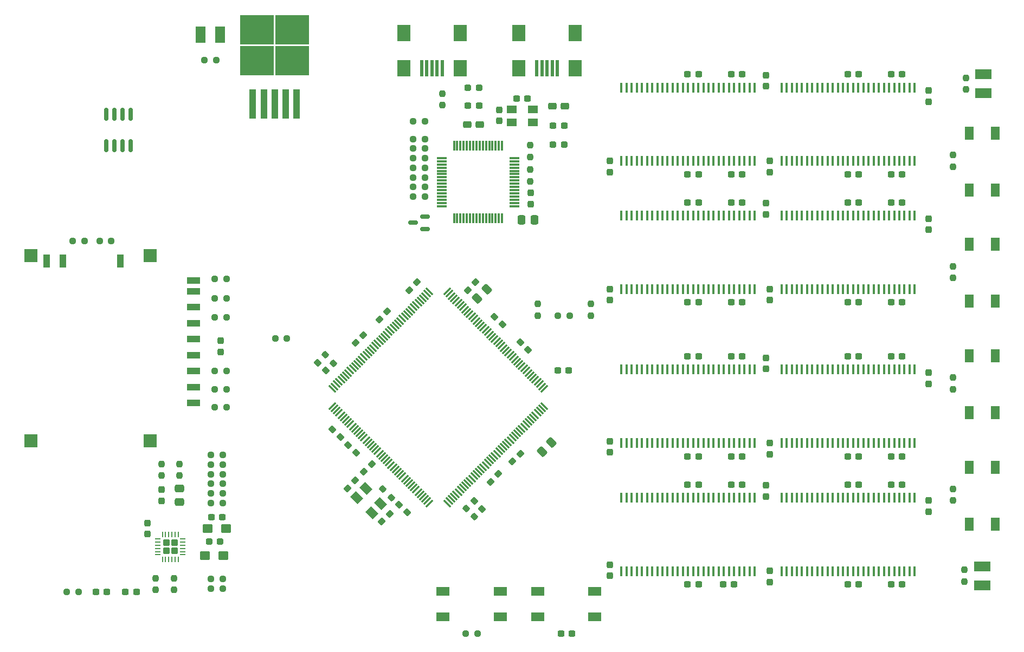
<source format=gtp>
%TF.GenerationSoftware,KiCad,Pcbnew,(6.0.11-0)*%
%TF.CreationDate,2023-09-15T21:26:51+02:00*%
%TF.ProjectId,marco-ram-board,6d617263-6f2d-4726-916d-2d626f617264,rev?*%
%TF.SameCoordinates,Original*%
%TF.FileFunction,Paste,Top*%
%TF.FilePolarity,Positive*%
%FSLAX46Y46*%
G04 Gerber Fmt 4.6, Leading zero omitted, Abs format (unit mm)*
G04 Created by KiCad (PCBNEW (6.0.11-0)) date 2023-09-15 21:26:51*
%MOMM*%
%LPD*%
G01*
G04 APERTURE LIST*
G04 Aperture macros list*
%AMRoundRect*
0 Rectangle with rounded corners*
0 $1 Rounding radius*
0 $2 $3 $4 $5 $6 $7 $8 $9 X,Y pos of 4 corners*
0 Add a 4 corners polygon primitive as box body*
4,1,4,$2,$3,$4,$5,$6,$7,$8,$9,$2,$3,0*
0 Add four circle primitives for the rounded corners*
1,1,$1+$1,$2,$3*
1,1,$1+$1,$4,$5*
1,1,$1+$1,$6,$7*
1,1,$1+$1,$8,$9*
0 Add four rect primitives between the rounded corners*
20,1,$1+$1,$2,$3,$4,$5,0*
20,1,$1+$1,$4,$5,$6,$7,0*
20,1,$1+$1,$6,$7,$8,$9,0*
20,1,$1+$1,$8,$9,$2,$3,0*%
%AMRotRect*
0 Rectangle, with rotation*
0 The origin of the aperture is its center*
0 $1 length*
0 $2 width*
0 $3 Rotation angle, in degrees counterclockwise*
0 Add horizontal line*
21,1,$1,$2,0,0,$3*%
G04 Aperture macros list end*
%ADD10RoundRect,0.237500X0.300000X0.237500X-0.300000X0.237500X-0.300000X-0.237500X0.300000X-0.237500X0*%
%ADD11RoundRect,0.237500X-0.237500X0.300000X-0.237500X-0.300000X0.237500X-0.300000X0.237500X0.300000X0*%
%ADD12R,5.250000X4.550000*%
%ADD13R,1.100000X4.600000*%
%ADD14RoundRect,0.250000X0.400000X0.275000X-0.400000X0.275000X-0.400000X-0.275000X0.400000X-0.275000X0*%
%ADD15RoundRect,0.237500X0.287500X0.237500X-0.287500X0.237500X-0.287500X-0.237500X0.287500X-0.237500X0*%
%ADD16R,2.600000X1.500000*%
%ADD17RoundRect,0.250000X-0.537500X-0.425000X0.537500X-0.425000X0.537500X0.425000X-0.537500X0.425000X0*%
%ADD18RoundRect,0.237500X-0.300000X-0.237500X0.300000X-0.237500X0.300000X0.237500X-0.300000X0.237500X0*%
%ADD19RoundRect,0.237500X-0.044194X-0.380070X0.380070X0.044194X0.044194X0.380070X-0.380070X-0.044194X0*%
%ADD20RoundRect,0.237500X-0.344715X0.008839X0.008839X-0.344715X0.344715X-0.008839X-0.008839X0.344715X0*%
%ADD21R,0.458000X1.510000*%
%ADD22RoundRect,0.237500X-0.237500X0.250000X-0.237500X-0.250000X0.237500X-0.250000X0.237500X0.250000X0*%
%ADD23R,1.600000X1.300000*%
%ADD24R,1.500000X2.600000*%
%ADD25RotRect,1.600000X1.300000X315.000000*%
%ADD26RoundRect,0.237500X0.250000X0.237500X-0.250000X0.237500X-0.250000X-0.237500X0.250000X-0.237500X0*%
%ADD27RoundRect,0.237500X-0.380070X0.044194X0.044194X-0.380070X0.380070X-0.044194X-0.044194X0.380070X0*%
%ADD28RoundRect,0.237500X0.237500X-0.250000X0.237500X0.250000X-0.237500X0.250000X-0.237500X-0.250000X0*%
%ADD29RoundRect,0.250000X-0.097227X0.574524X-0.574524X0.097227X0.097227X-0.574524X0.574524X-0.097227X0*%
%ADD30R,2.100000X1.400000*%
%ADD31R,0.500000X2.500000*%
%ADD32R,2.000000X2.500000*%
%ADD33RoundRect,0.237500X0.237500X-0.300000X0.237500X0.300000X-0.237500X0.300000X-0.237500X-0.300000X0*%
%ADD34RoundRect,0.237500X-0.250000X-0.237500X0.250000X-0.237500X0.250000X0.237500X-0.250000X0.237500X0*%
%ADD35RoundRect,0.250000X0.475000X-0.337500X0.475000X0.337500X-0.475000X0.337500X-0.475000X-0.337500X0*%
%ADD36RoundRect,0.237500X0.044194X0.380070X-0.380070X-0.044194X-0.044194X-0.380070X0.380070X0.044194X0*%
%ADD37RoundRect,0.150000X0.150000X-0.825000X0.150000X0.825000X-0.150000X0.825000X-0.150000X-0.825000X0*%
%ADD38RoundRect,0.237500X-0.287500X-0.237500X0.287500X-0.237500X0.287500X0.237500X-0.287500X0.237500X0*%
%ADD39R,1.400000X2.100000*%
%ADD40RoundRect,0.150000X0.587500X0.150000X-0.587500X0.150000X-0.587500X-0.150000X0.587500X-0.150000X0*%
%ADD41RoundRect,0.250000X-0.337500X-0.475000X0.337500X-0.475000X0.337500X0.475000X-0.337500X0.475000X0*%
%ADD42R,2.000000X1.100000*%
%ADD43R,1.000000X2.000000*%
%ADD44R,2.000000X2.000000*%
%ADD45RoundRect,0.250000X0.097227X-0.574524X0.574524X-0.097227X-0.097227X0.574524X-0.574524X0.097227X0*%
%ADD46RoundRect,0.237500X0.344715X-0.008839X-0.008839X0.344715X-0.344715X0.008839X0.008839X-0.344715X0*%
%ADD47RoundRect,0.237500X0.380070X-0.044194X-0.044194X0.380070X-0.380070X0.044194X0.044194X-0.380070X0*%
%ADD48RoundRect,0.075000X-0.075000X0.700000X-0.075000X-0.700000X0.075000X-0.700000X0.075000X0.700000X0*%
%ADD49RoundRect,0.075000X-0.700000X0.075000X-0.700000X-0.075000X0.700000X-0.075000X0.700000X0.075000X0*%
%ADD50RoundRect,0.250000X-0.400000X-0.275000X0.400000X-0.275000X0.400000X0.275000X-0.400000X0.275000X0*%
%ADD51RoundRect,0.075000X-0.424264X-0.530330X0.530330X0.424264X0.424264X0.530330X-0.530330X-0.424264X0*%
%ADD52RoundRect,0.075000X0.424264X-0.530330X0.530330X-0.424264X-0.424264X0.530330X-0.530330X0.424264X0*%
%ADD53RoundRect,0.250000X-0.275000X-0.275000X0.275000X-0.275000X0.275000X0.275000X-0.275000X0.275000X0*%
%ADD54RoundRect,0.062500X-0.350000X-0.062500X0.350000X-0.062500X0.350000X0.062500X-0.350000X0.062500X0*%
%ADD55RoundRect,0.062500X-0.062500X-0.350000X0.062500X-0.350000X0.062500X0.350000X-0.062500X0.350000X0*%
G04 APERTURE END LIST*
D10*
X211462500Y-94100000D03*
X209737500Y-94100000D03*
D11*
X165800000Y-126637500D03*
X165800000Y-128362500D03*
D12*
X116209000Y-43027000D03*
X116209000Y-47877000D03*
X110659000Y-47877000D03*
X110659000Y-43027000D03*
D13*
X110034000Y-54602000D03*
X111734000Y-54602000D03*
X113434000Y-54602000D03*
X115134000Y-54602000D03*
X116834000Y-54602000D03*
D11*
X215600000Y-72537500D03*
X215600000Y-74262500D03*
D14*
X145475000Y-57800000D03*
X143525000Y-57800000D03*
D15*
X158675000Y-61000000D03*
X156925000Y-61000000D03*
D16*
X224160000Y-49930000D03*
X224160000Y-52930000D03*
D17*
X102525000Y-125200000D03*
X105400000Y-125200000D03*
D10*
X211462500Y-50000000D03*
X209737500Y-50000000D03*
D11*
X215600000Y-116637500D03*
X215600000Y-118362500D03*
D18*
X177937500Y-70000000D03*
X179662500Y-70000000D03*
D19*
X126083120Y-91980880D03*
X127302880Y-90761120D03*
D20*
X121354765Y-93854765D03*
X122645235Y-95145235D03*
D21*
X213400000Y-72050000D03*
X212600000Y-72050000D03*
X211800000Y-72050000D03*
X211000000Y-72050000D03*
X210200000Y-72050000D03*
X209400000Y-72050000D03*
X208600000Y-72050000D03*
X207800000Y-72050000D03*
X207000000Y-72050000D03*
X206200000Y-72050000D03*
X205400000Y-72050000D03*
X204600000Y-72050000D03*
X203800000Y-72050000D03*
X203000000Y-72050000D03*
X202200000Y-72050000D03*
X201400000Y-72050000D03*
X200600000Y-72050000D03*
X199800000Y-72050000D03*
X199000000Y-72050000D03*
X198200000Y-72050000D03*
X197400000Y-72050000D03*
X196600000Y-72050000D03*
X195800000Y-72050000D03*
X195000000Y-72050000D03*
X194200000Y-72050000D03*
X193400000Y-72050000D03*
X192600000Y-72050000D03*
X192600000Y-83550000D03*
X193400000Y-83550000D03*
X194200000Y-83550000D03*
X195000000Y-83550000D03*
X195800000Y-83550000D03*
X196600000Y-83550000D03*
X197400000Y-83550000D03*
X198200000Y-83550000D03*
X199000000Y-83550000D03*
X199800000Y-83550000D03*
X200600000Y-83550000D03*
X201400000Y-83550000D03*
X202200000Y-83550000D03*
X203000000Y-83550000D03*
X203800000Y-83550000D03*
X204600000Y-83550000D03*
X205400000Y-83550000D03*
X206200000Y-83550000D03*
X207000000Y-83550000D03*
X207800000Y-83550000D03*
X208600000Y-83550000D03*
X209400000Y-83550000D03*
X210200000Y-83550000D03*
X211000000Y-83550000D03*
X211800000Y-83550000D03*
X212600000Y-83550000D03*
X213400000Y-83550000D03*
D10*
X91862500Y-130900000D03*
X90137500Y-130900000D03*
D11*
X148500000Y-55537500D03*
X148500000Y-57262500D03*
D10*
X211462500Y-70000000D03*
X209737500Y-70000000D03*
D22*
X153335000Y-61093500D03*
X153335000Y-62918500D03*
D23*
X150450000Y-57500000D03*
X153750000Y-57500000D03*
X153750000Y-55500000D03*
X150450000Y-55500000D03*
D10*
X179662500Y-85600000D03*
X177937500Y-85600000D03*
X179662500Y-65600000D03*
X177937500Y-65600000D03*
D24*
X104900000Y-43800000D03*
X101900000Y-43800000D03*
D25*
X126252334Y-116180762D03*
X128585786Y-118514214D03*
X130000000Y-117100000D03*
X127666548Y-114766548D03*
D26*
X136912500Y-64600000D03*
X135087500Y-64600000D03*
X105912500Y-88000000D03*
X104087500Y-88000000D03*
D10*
X186462500Y-70000000D03*
X184737500Y-70000000D03*
X204662500Y-65600000D03*
X202937500Y-65600000D03*
D27*
X147790120Y-87890120D03*
X149009880Y-89109880D03*
D18*
X151237500Y-53800000D03*
X152962500Y-53800000D03*
D10*
X204662500Y-85600000D03*
X202937500Y-85600000D03*
D18*
X202937500Y-50000000D03*
X204662500Y-50000000D03*
D21*
X188400000Y-96150000D03*
X187600000Y-96150000D03*
X186800000Y-96150000D03*
X186000000Y-96150000D03*
X185200000Y-96150000D03*
X184400000Y-96150000D03*
X183600000Y-96150000D03*
X182800000Y-96150000D03*
X182000000Y-96150000D03*
X181200000Y-96150000D03*
X180400000Y-96150000D03*
X179600000Y-96150000D03*
X178800000Y-96150000D03*
X178000000Y-96150000D03*
X177200000Y-96150000D03*
X176400000Y-96150000D03*
X175600000Y-96150000D03*
X174800000Y-96150000D03*
X174000000Y-96150000D03*
X173200000Y-96150000D03*
X172400000Y-96150000D03*
X171600000Y-96150000D03*
X170800000Y-96150000D03*
X170000000Y-96150000D03*
X169200000Y-96150000D03*
X168400000Y-96150000D03*
X167600000Y-96150000D03*
X167600000Y-107650000D03*
X168400000Y-107650000D03*
X169200000Y-107650000D03*
X170000000Y-107650000D03*
X170800000Y-107650000D03*
X171600000Y-107650000D03*
X172400000Y-107650000D03*
X173200000Y-107650000D03*
X174000000Y-107650000D03*
X174800000Y-107650000D03*
X175600000Y-107650000D03*
X176400000Y-107650000D03*
X177200000Y-107650000D03*
X178000000Y-107650000D03*
X178800000Y-107650000D03*
X179600000Y-107650000D03*
X180400000Y-107650000D03*
X181200000Y-107650000D03*
X182000000Y-107650000D03*
X182800000Y-107650000D03*
X183600000Y-107650000D03*
X184400000Y-107650000D03*
X185200000Y-107650000D03*
X186000000Y-107650000D03*
X186800000Y-107650000D03*
X187600000Y-107650000D03*
X188400000Y-107650000D03*
D18*
X183475000Y-129700000D03*
X185200000Y-129700000D03*
D28*
X221160000Y-129292500D03*
X221160000Y-127467500D03*
D18*
X184737500Y-85600000D03*
X186462500Y-85600000D03*
D29*
X156636623Y-107528377D03*
X155169377Y-108995623D03*
D26*
X105312500Y-112500000D03*
X103487500Y-112500000D03*
D16*
X223960000Y-129892000D03*
X223960000Y-126892000D03*
D30*
X148650000Y-130800000D03*
X139750000Y-130800000D03*
X148650000Y-134800000D03*
X139750000Y-134800000D03*
D31*
X157600000Y-49000000D03*
X156800000Y-49000000D03*
X156000000Y-49000000D03*
X155200000Y-49000000D03*
X154400000Y-49000000D03*
D32*
X151600000Y-49000000D03*
X160400000Y-49000000D03*
X151600000Y-43500000D03*
X160400000Y-43500000D03*
D10*
X179662500Y-109700000D03*
X177937500Y-109700000D03*
D33*
X95800000Y-116662500D03*
X95800000Y-114937500D03*
D34*
X157687500Y-87700000D03*
X159512500Y-87700000D03*
D31*
X139600000Y-49000000D03*
X138800000Y-49000000D03*
X138000000Y-49000000D03*
X137200000Y-49000000D03*
X136400000Y-49000000D03*
D32*
X142400000Y-49000000D03*
X142400000Y-43500000D03*
X133600000Y-49000000D03*
X133600000Y-43500000D03*
D10*
X145362500Y-54900000D03*
X143637500Y-54900000D03*
D34*
X143287500Y-137400000D03*
X145112500Y-137400000D03*
D27*
X151780240Y-91880240D03*
X153000000Y-93100000D03*
D34*
X113512500Y-91273500D03*
X115337500Y-91273500D03*
D26*
X105312500Y-117000000D03*
X103487500Y-117000000D03*
D11*
X215600000Y-52537500D03*
X215600000Y-54262500D03*
D35*
X98600000Y-116837500D03*
X98600000Y-114762500D03*
D18*
X177937500Y-50000000D03*
X179662500Y-50000000D03*
D11*
X153400000Y-68537500D03*
X153400000Y-70262500D03*
D27*
X122480240Y-105480240D03*
X123700000Y-106700000D03*
D36*
X151809880Y-109303120D03*
X150590120Y-110522880D03*
D11*
X190800000Y-83537500D03*
X190800000Y-85262500D03*
D37*
X87095000Y-61175000D03*
X88365000Y-61175000D03*
X89635000Y-61175000D03*
X90905000Y-61175000D03*
X90905000Y-56225000D03*
X89635000Y-56225000D03*
X88365000Y-56225000D03*
X87095000Y-56225000D03*
D10*
X211462500Y-114100000D03*
X209737500Y-114100000D03*
D26*
X136912500Y-67600000D03*
X135087500Y-67600000D03*
X105912500Y-82000000D03*
X104087500Y-82000000D03*
D18*
X177937500Y-94100000D03*
X179662500Y-94100000D03*
D26*
X105912500Y-85000000D03*
X104087500Y-85000000D03*
D19*
X143590120Y-83709880D03*
X144809880Y-82490120D03*
D18*
X202937500Y-70000000D03*
X204662500Y-70000000D03*
D28*
X219360000Y-81827857D03*
X219360000Y-80002857D03*
D26*
X105912500Y-99200000D03*
X104087500Y-99200000D03*
D11*
X190800000Y-127637500D03*
X190800000Y-129362500D03*
D36*
X128609880Y-110890120D03*
X127390120Y-112109880D03*
D19*
X129790120Y-88309880D03*
X131009880Y-87090120D03*
D38*
X143625000Y-52100000D03*
X145375000Y-52100000D03*
D28*
X219360000Y-116627857D03*
X219360000Y-114802857D03*
D39*
X221960000Y-93952857D03*
X221960000Y-102852857D03*
X225960000Y-93952857D03*
X225960000Y-102852857D03*
D22*
X162800000Y-85875000D03*
X162800000Y-87700000D03*
D11*
X165800000Y-83537500D03*
X165800000Y-85262500D03*
D40*
X136937500Y-74150000D03*
X136937500Y-72250000D03*
X135062500Y-73200000D03*
D26*
X105312500Y-109500000D03*
X103487500Y-109500000D03*
X136912500Y-61600000D03*
X135087500Y-61600000D03*
D10*
X186462500Y-94100000D03*
X184737500Y-94100000D03*
D41*
X151962500Y-72700000D03*
X154037500Y-72700000D03*
D19*
X134465120Y-83725880D03*
X135684880Y-82506120D03*
D18*
X209737500Y-65600000D03*
X211462500Y-65600000D03*
D10*
X159862500Y-137400000D03*
X158137500Y-137400000D03*
D11*
X190800000Y-63537500D03*
X190800000Y-65262500D03*
D18*
X184737500Y-109700000D03*
X186462500Y-109700000D03*
D30*
X163450000Y-130800000D03*
X154550000Y-130800000D03*
X154550000Y-134800000D03*
X163450000Y-134800000D03*
D21*
X213400000Y-116150000D03*
X212600000Y-116150000D03*
X211800000Y-116150000D03*
X211000000Y-116150000D03*
X210200000Y-116150000D03*
X209400000Y-116150000D03*
X208600000Y-116150000D03*
X207800000Y-116150000D03*
X207000000Y-116150000D03*
X206200000Y-116150000D03*
X205400000Y-116150000D03*
X204600000Y-116150000D03*
X203800000Y-116150000D03*
X203000000Y-116150000D03*
X202200000Y-116150000D03*
X201400000Y-116150000D03*
X200600000Y-116150000D03*
X199800000Y-116150000D03*
X199000000Y-116150000D03*
X198200000Y-116150000D03*
X197400000Y-116150000D03*
X196600000Y-116150000D03*
X195800000Y-116150000D03*
X195000000Y-116150000D03*
X194200000Y-116150000D03*
X193400000Y-116150000D03*
X192600000Y-116150000D03*
X192600000Y-127650000D03*
X193400000Y-127650000D03*
X194200000Y-127650000D03*
X195000000Y-127650000D03*
X195800000Y-127650000D03*
X196600000Y-127650000D03*
X197400000Y-127650000D03*
X198200000Y-127650000D03*
X199000000Y-127650000D03*
X199800000Y-127650000D03*
X200600000Y-127650000D03*
X201400000Y-127650000D03*
X202200000Y-127650000D03*
X203000000Y-127650000D03*
X203800000Y-127650000D03*
X204600000Y-127650000D03*
X205400000Y-127650000D03*
X206200000Y-127650000D03*
X207000000Y-127650000D03*
X207800000Y-127650000D03*
X208600000Y-127650000D03*
X209400000Y-127650000D03*
X210200000Y-127650000D03*
X211000000Y-127650000D03*
X211800000Y-127650000D03*
X212600000Y-127650000D03*
X213400000Y-127650000D03*
D11*
X190200000Y-70137500D03*
X190200000Y-71862500D03*
D42*
X100750000Y-98875000D03*
X100750000Y-96375000D03*
D43*
X77800000Y-79200000D03*
D42*
X100750000Y-93875000D03*
X100750000Y-91375000D03*
X100750000Y-88875000D03*
X100750000Y-86375000D03*
X100750000Y-83950000D03*
X100750000Y-82250000D03*
X100750000Y-101375000D03*
D43*
X89350000Y-79200000D03*
X80400000Y-79200000D03*
D44*
X94000000Y-78300000D03*
X75350000Y-78300000D03*
X75350000Y-107300000D03*
X94000000Y-107300000D03*
D26*
X105312500Y-130400000D03*
X103487500Y-130400000D03*
D28*
X219360000Y-99227857D03*
X219360000Y-97402857D03*
D18*
X202937500Y-94100000D03*
X204662500Y-94100000D03*
D26*
X136912500Y-60100000D03*
X135087500Y-60100000D03*
X105312500Y-111000000D03*
X103487500Y-111000000D03*
D15*
X104950000Y-123000000D03*
X103200000Y-123000000D03*
D18*
X184737500Y-65600000D03*
X186462500Y-65600000D03*
D45*
X145066377Y-85033623D03*
X146533623Y-83566377D03*
D21*
X188400000Y-72050000D03*
X187600000Y-72050000D03*
X186800000Y-72050000D03*
X186000000Y-72050000D03*
X185200000Y-72050000D03*
X184400000Y-72050000D03*
X183600000Y-72050000D03*
X182800000Y-72050000D03*
X182000000Y-72050000D03*
X181200000Y-72050000D03*
X180400000Y-72050000D03*
X179600000Y-72050000D03*
X178800000Y-72050000D03*
X178000000Y-72050000D03*
X177200000Y-72050000D03*
X176400000Y-72050000D03*
X175600000Y-72050000D03*
X174800000Y-72050000D03*
X174000000Y-72050000D03*
X173200000Y-72050000D03*
X172400000Y-72050000D03*
X171600000Y-72050000D03*
X170800000Y-72050000D03*
X170000000Y-72050000D03*
X169200000Y-72050000D03*
X168400000Y-72050000D03*
X167600000Y-72050000D03*
X167600000Y-83550000D03*
X168400000Y-83550000D03*
X169200000Y-83550000D03*
X170000000Y-83550000D03*
X170800000Y-83550000D03*
X171600000Y-83550000D03*
X172400000Y-83550000D03*
X173200000Y-83550000D03*
X174000000Y-83550000D03*
X174800000Y-83550000D03*
X175600000Y-83550000D03*
X176400000Y-83550000D03*
X177200000Y-83550000D03*
X178000000Y-83550000D03*
X178800000Y-83550000D03*
X179600000Y-83550000D03*
X180400000Y-83550000D03*
X181200000Y-83550000D03*
X182000000Y-83550000D03*
X182800000Y-83550000D03*
X183600000Y-83550000D03*
X184400000Y-83550000D03*
X185200000Y-83550000D03*
X186000000Y-83550000D03*
X186800000Y-83550000D03*
X187600000Y-83550000D03*
X188400000Y-83550000D03*
D26*
X136912500Y-63100000D03*
X135087500Y-63100000D03*
D11*
X215600000Y-96637500D03*
X215600000Y-98362500D03*
D18*
X209737500Y-85600000D03*
X211462500Y-85600000D03*
X209737500Y-129700000D03*
X211462500Y-129700000D03*
D46*
X144645235Y-119145235D03*
X143354765Y-117854765D03*
D34*
X86087500Y-76000000D03*
X87912500Y-76000000D03*
D22*
X97700000Y-128775000D03*
X97700000Y-130600000D03*
D18*
X202937500Y-114100000D03*
X204662500Y-114100000D03*
D11*
X165800000Y-63537500D03*
X165800000Y-65262500D03*
D47*
X134100000Y-118500000D03*
X132880240Y-117280240D03*
D18*
X177937500Y-114100000D03*
X179662500Y-114100000D03*
D10*
X186462500Y-50000000D03*
X184737500Y-50000000D03*
X87262500Y-130900000D03*
X85537500Y-130900000D03*
D39*
X221960000Y-68052857D03*
X221960000Y-59152857D03*
X225960000Y-59152857D03*
X225960000Y-68052857D03*
X221960000Y-111402857D03*
X221960000Y-120302857D03*
X225960000Y-111402857D03*
X225960000Y-120302857D03*
D28*
X98600000Y-112712500D03*
X98600000Y-110887500D03*
D11*
X105000000Y-91637500D03*
X105000000Y-93362500D03*
X190200000Y-94300000D03*
X190200000Y-96025000D03*
D17*
X102962500Y-121000000D03*
X105837500Y-121000000D03*
D11*
X190200000Y-50137500D03*
X190200000Y-51862500D03*
D48*
X148957000Y-61157000D03*
X148457000Y-61157000D03*
X147957000Y-61157000D03*
X147457000Y-61157000D03*
X146957000Y-61157000D03*
X146457000Y-61157000D03*
X145957000Y-61157000D03*
X145457000Y-61157000D03*
X144957000Y-61157000D03*
X144457000Y-61157000D03*
X143957000Y-61157000D03*
X143457000Y-61157000D03*
X142957000Y-61157000D03*
X142457000Y-61157000D03*
X141957000Y-61157000D03*
X141457000Y-61157000D03*
D49*
X139532000Y-63082000D03*
X139532000Y-63582000D03*
X139532000Y-64082000D03*
X139532000Y-64582000D03*
X139532000Y-65082000D03*
X139532000Y-65582000D03*
X139532000Y-66082000D03*
X139532000Y-66582000D03*
X139532000Y-67082000D03*
X139532000Y-67582000D03*
X139532000Y-68082000D03*
X139532000Y-68582000D03*
X139532000Y-69082000D03*
X139532000Y-69582000D03*
X139532000Y-70082000D03*
X139532000Y-70582000D03*
D48*
X141457000Y-72507000D03*
X141957000Y-72507000D03*
X142457000Y-72507000D03*
X142957000Y-72507000D03*
X143457000Y-72507000D03*
X143957000Y-72507000D03*
X144457000Y-72507000D03*
X144957000Y-72507000D03*
X145457000Y-72507000D03*
X145957000Y-72507000D03*
X146457000Y-72507000D03*
X146957000Y-72507000D03*
X147457000Y-72507000D03*
X147957000Y-72507000D03*
X148457000Y-72507000D03*
X148957000Y-72507000D03*
D49*
X150882000Y-70582000D03*
X150882000Y-70082000D03*
X150882000Y-69582000D03*
X150882000Y-69082000D03*
X150882000Y-68582000D03*
X150882000Y-68082000D03*
X150882000Y-67582000D03*
X150882000Y-67082000D03*
X150882000Y-66582000D03*
X150882000Y-66082000D03*
X150882000Y-65582000D03*
X150882000Y-65082000D03*
X150882000Y-64582000D03*
X150882000Y-64082000D03*
X150882000Y-63582000D03*
X150882000Y-63082000D03*
D36*
X148384880Y-112478120D03*
X147165120Y-113697880D03*
D50*
X156825000Y-55000000D03*
X158775000Y-55000000D03*
D51*
X122436024Y-101861181D03*
X122789577Y-102214734D03*
X123143130Y-102568287D03*
X123496684Y-102921841D03*
X123850237Y-103275394D03*
X124203791Y-103628948D03*
X124557344Y-103982501D03*
X124910897Y-104336054D03*
X125264451Y-104689608D03*
X125618004Y-105043161D03*
X125971558Y-105396714D03*
X126325111Y-105750268D03*
X126678664Y-106103821D03*
X127032218Y-106457375D03*
X127385771Y-106810928D03*
X127739325Y-107164481D03*
X128092878Y-107518035D03*
X128446431Y-107871588D03*
X128799985Y-108225142D03*
X129153538Y-108578695D03*
X129507091Y-108932248D03*
X129860645Y-109285802D03*
X130214198Y-109639355D03*
X130567752Y-109992909D03*
X130921305Y-110346462D03*
X131274858Y-110700015D03*
X131628412Y-111053569D03*
X131981965Y-111407122D03*
X132335519Y-111760675D03*
X132689072Y-112114229D03*
X133042625Y-112467782D03*
X133396179Y-112821336D03*
X133749732Y-113174889D03*
X134103286Y-113528442D03*
X134456839Y-113881996D03*
X134810392Y-114235549D03*
X135163946Y-114589103D03*
X135517499Y-114942656D03*
X135871052Y-115296209D03*
X136224606Y-115649763D03*
X136578159Y-116003316D03*
X136931713Y-116356870D03*
X137285266Y-116710423D03*
X137638819Y-117063976D03*
D52*
X140361181Y-117063976D03*
X140714734Y-116710423D03*
X141068287Y-116356870D03*
X141421841Y-116003316D03*
X141775394Y-115649763D03*
X142128948Y-115296209D03*
X142482501Y-114942656D03*
X142836054Y-114589103D03*
X143189608Y-114235549D03*
X143543161Y-113881996D03*
X143896714Y-113528442D03*
X144250268Y-113174889D03*
X144603821Y-112821336D03*
X144957375Y-112467782D03*
X145310928Y-112114229D03*
X145664481Y-111760675D03*
X146018035Y-111407122D03*
X146371588Y-111053569D03*
X146725142Y-110700015D03*
X147078695Y-110346462D03*
X147432248Y-109992909D03*
X147785802Y-109639355D03*
X148139355Y-109285802D03*
X148492909Y-108932248D03*
X148846462Y-108578695D03*
X149200015Y-108225142D03*
X149553569Y-107871588D03*
X149907122Y-107518035D03*
X150260675Y-107164481D03*
X150614229Y-106810928D03*
X150967782Y-106457375D03*
X151321336Y-106103821D03*
X151674889Y-105750268D03*
X152028442Y-105396714D03*
X152381996Y-105043161D03*
X152735549Y-104689608D03*
X153089103Y-104336054D03*
X153442656Y-103982501D03*
X153796209Y-103628948D03*
X154149763Y-103275394D03*
X154503316Y-102921841D03*
X154856870Y-102568287D03*
X155210423Y-102214734D03*
X155563976Y-101861181D03*
D51*
X155563976Y-99138819D03*
X155210423Y-98785266D03*
X154856870Y-98431713D03*
X154503316Y-98078159D03*
X154149763Y-97724606D03*
X153796209Y-97371052D03*
X153442656Y-97017499D03*
X153089103Y-96663946D03*
X152735549Y-96310392D03*
X152381996Y-95956839D03*
X152028442Y-95603286D03*
X151674889Y-95249732D03*
X151321336Y-94896179D03*
X150967782Y-94542625D03*
X150614229Y-94189072D03*
X150260675Y-93835519D03*
X149907122Y-93481965D03*
X149553569Y-93128412D03*
X149200015Y-92774858D03*
X148846462Y-92421305D03*
X148492909Y-92067752D03*
X148139355Y-91714198D03*
X147785802Y-91360645D03*
X147432248Y-91007091D03*
X147078695Y-90653538D03*
X146725142Y-90299985D03*
X146371588Y-89946431D03*
X146018035Y-89592878D03*
X145664481Y-89239325D03*
X145310928Y-88885771D03*
X144957375Y-88532218D03*
X144603821Y-88178664D03*
X144250268Y-87825111D03*
X143896714Y-87471558D03*
X143543161Y-87118004D03*
X143189608Y-86764451D03*
X142836054Y-86410897D03*
X142482501Y-86057344D03*
X142128948Y-85703791D03*
X141775394Y-85350237D03*
X141421841Y-84996684D03*
X141068287Y-84643130D03*
X140714734Y-84289577D03*
X140361181Y-83936024D03*
D52*
X137638819Y-83936024D03*
X137285266Y-84289577D03*
X136931713Y-84643130D03*
X136578159Y-84996684D03*
X136224606Y-85350237D03*
X135871052Y-85703791D03*
X135517499Y-86057344D03*
X135163946Y-86410897D03*
X134810392Y-86764451D03*
X134456839Y-87118004D03*
X134103286Y-87471558D03*
X133749732Y-87825111D03*
X133396179Y-88178664D03*
X133042625Y-88532218D03*
X132689072Y-88885771D03*
X132335519Y-89239325D03*
X131981965Y-89592878D03*
X131628412Y-89946431D03*
X131274858Y-90299985D03*
X130921305Y-90653538D03*
X130567752Y-91007091D03*
X130214198Y-91360645D03*
X129860645Y-91714198D03*
X129507091Y-92067752D03*
X129153538Y-92421305D03*
X128799985Y-92774858D03*
X128446431Y-93128412D03*
X128092878Y-93481965D03*
X127739325Y-93835519D03*
X127385771Y-94189072D03*
X127032218Y-94542625D03*
X126678664Y-94896179D03*
X126325111Y-95249732D03*
X125971558Y-95603286D03*
X125618004Y-95956839D03*
X125264451Y-96310392D03*
X124910897Y-96663946D03*
X124557344Y-97017499D03*
X124203791Y-97371052D03*
X123850237Y-97724606D03*
X123496684Y-98078159D03*
X123143130Y-98431713D03*
X122789577Y-98785266D03*
X122436024Y-99138819D03*
D26*
X136912500Y-69100000D03*
X135087500Y-69100000D03*
X105312500Y-128900000D03*
X103487500Y-128900000D03*
D33*
X93600000Y-121862500D03*
X93600000Y-120137500D03*
D28*
X219360000Y-64427857D03*
X219360000Y-62602857D03*
D47*
X126141380Y-109169880D03*
X124921620Y-107950120D03*
D34*
X135087500Y-57300000D03*
X136912500Y-57300000D03*
D22*
X221384000Y-50517500D03*
X221384000Y-52342500D03*
D28*
X154500000Y-87725000D03*
X154500000Y-85900000D03*
D22*
X95800000Y-110887500D03*
X95800000Y-112712500D03*
D18*
X157637500Y-96300000D03*
X159362500Y-96300000D03*
D11*
X190800000Y-107637500D03*
X190800000Y-109362500D03*
D18*
X209737500Y-109700000D03*
X211462500Y-109700000D03*
D27*
X144600000Y-116700000D03*
X145819760Y-117919760D03*
D28*
X94800000Y-130600000D03*
X94800000Y-128775000D03*
D10*
X204662500Y-129700000D03*
X202937500Y-129700000D03*
X204662500Y-109700000D03*
X202937500Y-109700000D03*
D26*
X104312500Y-47800000D03*
X102487500Y-47800000D03*
D36*
X131400000Y-118700000D03*
X130180240Y-119919760D03*
D26*
X105912500Y-96388000D03*
X104087500Y-96388000D03*
X83712500Y-76000000D03*
X81887500Y-76000000D03*
D11*
X165800000Y-107337500D03*
X165800000Y-109062500D03*
D53*
X97800000Y-123200000D03*
X96500000Y-123200000D03*
X96500000Y-124500000D03*
X97800000Y-124500000D03*
D54*
X95212500Y-122600000D03*
X95212500Y-123100000D03*
X95212500Y-123600000D03*
X95212500Y-124100000D03*
X95212500Y-124600000D03*
X95212500Y-125100000D03*
D55*
X95900000Y-125787500D03*
X96400000Y-125787500D03*
X96900000Y-125787500D03*
X97400000Y-125787500D03*
X97900000Y-125787500D03*
X98400000Y-125787500D03*
D54*
X99087500Y-125100000D03*
X99087500Y-124600000D03*
X99087500Y-124100000D03*
X99087500Y-123600000D03*
X99087500Y-123100000D03*
X99087500Y-122600000D03*
D55*
X98400000Y-121912500D03*
X97900000Y-121912500D03*
X97400000Y-121912500D03*
X96900000Y-121912500D03*
X96400000Y-121912500D03*
X95900000Y-121912500D03*
D19*
X124800000Y-114700000D03*
X126019760Y-113480240D03*
D26*
X105312500Y-114000000D03*
X103487500Y-114000000D03*
D28*
X153335000Y-66728500D03*
X153335000Y-64903500D03*
D21*
X213400000Y-96150000D03*
X212600000Y-96150000D03*
X211800000Y-96150000D03*
X211000000Y-96150000D03*
X210200000Y-96150000D03*
X209400000Y-96150000D03*
X208600000Y-96150000D03*
X207800000Y-96150000D03*
X207000000Y-96150000D03*
X206200000Y-96150000D03*
X205400000Y-96150000D03*
X204600000Y-96150000D03*
X203800000Y-96150000D03*
X203000000Y-96150000D03*
X202200000Y-96150000D03*
X201400000Y-96150000D03*
X200600000Y-96150000D03*
X199800000Y-96150000D03*
X199000000Y-96150000D03*
X198200000Y-96150000D03*
X197400000Y-96150000D03*
X196600000Y-96150000D03*
X195800000Y-96150000D03*
X195000000Y-96150000D03*
X194200000Y-96150000D03*
X193400000Y-96150000D03*
X192600000Y-96150000D03*
X192600000Y-107650000D03*
X193400000Y-107650000D03*
X194200000Y-107650000D03*
X195000000Y-107650000D03*
X195800000Y-107650000D03*
X196600000Y-107650000D03*
X197400000Y-107650000D03*
X198200000Y-107650000D03*
X199000000Y-107650000D03*
X199800000Y-107650000D03*
X200600000Y-107650000D03*
X201400000Y-107650000D03*
X202200000Y-107650000D03*
X203000000Y-107650000D03*
X203800000Y-107650000D03*
X204600000Y-107650000D03*
X205400000Y-107650000D03*
X206200000Y-107650000D03*
X207000000Y-107650000D03*
X207800000Y-107650000D03*
X208600000Y-107650000D03*
X209400000Y-107650000D03*
X210200000Y-107650000D03*
X211000000Y-107650000D03*
X211800000Y-107650000D03*
X212600000Y-107650000D03*
X213400000Y-107650000D03*
D34*
X80987500Y-130900000D03*
X82812500Y-130900000D03*
D26*
X105312500Y-115500000D03*
X103487500Y-115500000D03*
D18*
X156937500Y-58000000D03*
X158662500Y-58000000D03*
D21*
X213400000Y-52050000D03*
X212600000Y-52050000D03*
X211800000Y-52050000D03*
X211000000Y-52050000D03*
X210200000Y-52050000D03*
X209400000Y-52050000D03*
X208600000Y-52050000D03*
X207800000Y-52050000D03*
X207000000Y-52050000D03*
X206200000Y-52050000D03*
X205400000Y-52050000D03*
X204600000Y-52050000D03*
X203800000Y-52050000D03*
X203000000Y-52050000D03*
X202200000Y-52050000D03*
X201400000Y-52050000D03*
X200600000Y-52050000D03*
X199800000Y-52050000D03*
X199000000Y-52050000D03*
X198200000Y-52050000D03*
X197400000Y-52050000D03*
X196600000Y-52050000D03*
X195800000Y-52050000D03*
X195000000Y-52050000D03*
X194200000Y-52050000D03*
X193400000Y-52050000D03*
X192600000Y-52050000D03*
X192600000Y-63550000D03*
X193400000Y-63550000D03*
X194200000Y-63550000D03*
X195000000Y-63550000D03*
X195800000Y-63550000D03*
X196600000Y-63550000D03*
X197400000Y-63550000D03*
X198200000Y-63550000D03*
X199000000Y-63550000D03*
X199800000Y-63550000D03*
X200600000Y-63550000D03*
X201400000Y-63550000D03*
X202200000Y-63550000D03*
X203000000Y-63550000D03*
X203800000Y-63550000D03*
X204600000Y-63550000D03*
X205400000Y-63550000D03*
X206200000Y-63550000D03*
X207000000Y-63550000D03*
X207800000Y-63550000D03*
X208600000Y-63550000D03*
X209400000Y-63550000D03*
X210200000Y-63550000D03*
X211000000Y-63550000D03*
X211800000Y-63550000D03*
X212600000Y-63550000D03*
X213400000Y-63550000D03*
D47*
X121409880Y-96309880D03*
X120190120Y-95090120D03*
D39*
X221960000Y-76552857D03*
X221960000Y-85452857D03*
X225960000Y-85452857D03*
X225960000Y-76552857D03*
D21*
X188400000Y-116150000D03*
X187600000Y-116150000D03*
X186800000Y-116150000D03*
X186000000Y-116150000D03*
X185200000Y-116150000D03*
X184400000Y-116150000D03*
X183600000Y-116150000D03*
X182800000Y-116150000D03*
X182000000Y-116150000D03*
X181200000Y-116150000D03*
X180400000Y-116150000D03*
X179600000Y-116150000D03*
X178800000Y-116150000D03*
X178000000Y-116150000D03*
X177200000Y-116150000D03*
X176400000Y-116150000D03*
X175600000Y-116150000D03*
X174800000Y-116150000D03*
X174000000Y-116150000D03*
X173200000Y-116150000D03*
X172400000Y-116150000D03*
X171600000Y-116150000D03*
X170800000Y-116150000D03*
X170000000Y-116150000D03*
X169200000Y-116150000D03*
X168400000Y-116150000D03*
X167600000Y-116150000D03*
X167600000Y-127650000D03*
X168400000Y-127650000D03*
X169200000Y-127650000D03*
X170000000Y-127650000D03*
X170800000Y-127650000D03*
X171600000Y-127650000D03*
X172400000Y-127650000D03*
X173200000Y-127650000D03*
X174000000Y-127650000D03*
X174800000Y-127650000D03*
X175600000Y-127650000D03*
X176400000Y-127650000D03*
X177200000Y-127650000D03*
X178000000Y-127650000D03*
X178800000Y-127650000D03*
X179600000Y-127650000D03*
X180400000Y-127650000D03*
X181200000Y-127650000D03*
X182000000Y-127650000D03*
X182800000Y-127650000D03*
X183600000Y-127650000D03*
X184400000Y-127650000D03*
X185200000Y-127650000D03*
X186000000Y-127650000D03*
X186800000Y-127650000D03*
X187600000Y-127650000D03*
X188400000Y-127650000D03*
D26*
X105912500Y-102000000D03*
X104087500Y-102000000D03*
D10*
X179662500Y-129700000D03*
X177937500Y-129700000D03*
D20*
X130354765Y-114854765D03*
X131645235Y-116145235D03*
D11*
X190200000Y-114237500D03*
X190200000Y-115962500D03*
D26*
X136912500Y-66100000D03*
X135087500Y-66100000D03*
D21*
X188400000Y-52050000D03*
X187600000Y-52050000D03*
X186800000Y-52050000D03*
X186000000Y-52050000D03*
X185200000Y-52050000D03*
X184400000Y-52050000D03*
X183600000Y-52050000D03*
X182800000Y-52050000D03*
X182000000Y-52050000D03*
X181200000Y-52050000D03*
X180400000Y-52050000D03*
X179600000Y-52050000D03*
X178800000Y-52050000D03*
X178000000Y-52050000D03*
X177200000Y-52050000D03*
X176400000Y-52050000D03*
X175600000Y-52050000D03*
X174800000Y-52050000D03*
X174000000Y-52050000D03*
X173200000Y-52050000D03*
X172400000Y-52050000D03*
X171600000Y-52050000D03*
X170800000Y-52050000D03*
X170000000Y-52050000D03*
X169200000Y-52050000D03*
X168400000Y-52050000D03*
X167600000Y-52050000D03*
X167600000Y-63550000D03*
X168400000Y-63550000D03*
X169200000Y-63550000D03*
X170000000Y-63550000D03*
X170800000Y-63550000D03*
X171600000Y-63550000D03*
X172400000Y-63550000D03*
X173200000Y-63550000D03*
X174000000Y-63550000D03*
X174800000Y-63550000D03*
X175600000Y-63550000D03*
X176400000Y-63550000D03*
X177200000Y-63550000D03*
X178000000Y-63550000D03*
X178800000Y-63550000D03*
X179600000Y-63550000D03*
X180400000Y-63550000D03*
X181200000Y-63550000D03*
X182000000Y-63550000D03*
X182800000Y-63550000D03*
X183600000Y-63550000D03*
X184400000Y-63550000D03*
X185200000Y-63550000D03*
X186000000Y-63550000D03*
X186800000Y-63550000D03*
X187600000Y-63550000D03*
X188400000Y-63550000D03*
D10*
X186462500Y-114100000D03*
X184737500Y-114100000D03*
D18*
X103537500Y-119200000D03*
X105262500Y-119200000D03*
D28*
X139600000Y-54800000D03*
X139600000Y-52975000D03*
M02*

</source>
